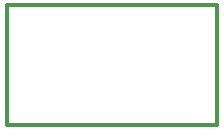
<source format=gbr>
G04 #@! TF.GenerationSoftware,KiCad,Pcbnew,(5.1.4)-1*
G04 #@! TF.CreationDate,2020-03-27T15:28:26-04:00*
G04 #@! TF.ProjectId,USB Adapter,55534220-4164-4617-9074-65722e6b6963,rev?*
G04 #@! TF.SameCoordinates,PX6521e48PY3c8eee0*
G04 #@! TF.FileFunction,Profile,NP*
%FSLAX46Y46*%
G04 Gerber Fmt 4.6, Leading zero omitted, Abs format (unit mm)*
G04 Created by KiCad (PCBNEW (5.1.4)-1) date 2020-03-27 15:28:26*
%MOMM*%
%LPD*%
G04 APERTURE LIST*
%ADD10C,0.304800*%
G04 APERTURE END LIST*
D10*
X-10795000Y-5080000D02*
X-10795000Y5080000D01*
X6985000Y-5080000D02*
X-10795000Y-5080000D01*
X6985000Y5080000D02*
X6985000Y-5080000D01*
X-10795000Y5080000D02*
X6985000Y5080000D01*
M02*

</source>
